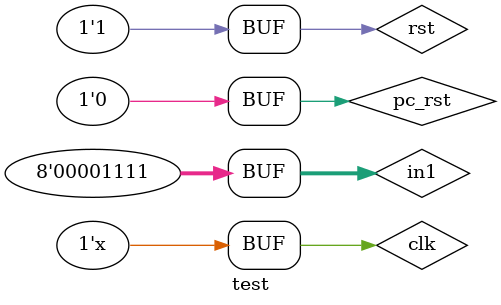
<source format=v>
`timescale 1ns / 1ps


module test(

    );
    reg clk,rst,pc_rst;
    reg[7:0] in1;
    wire[9:0] out1;
    top t1(clk,rst,pc_rst,in1,out1);
    initial
    begin
    clk=0;
    pc_rst=1;
    rst=1;
    //#13 rst=1;
    //in1=32'h00000008;
   #25 pc_rst=0;
    in1=8'h08;
    #8000 pc_rst=1;
    #50 pc_rst=0;//in1=32'h0000000a;
    in1=8'd15;
    end
    always
    #5 clk=~clk;
endmodule

</source>
